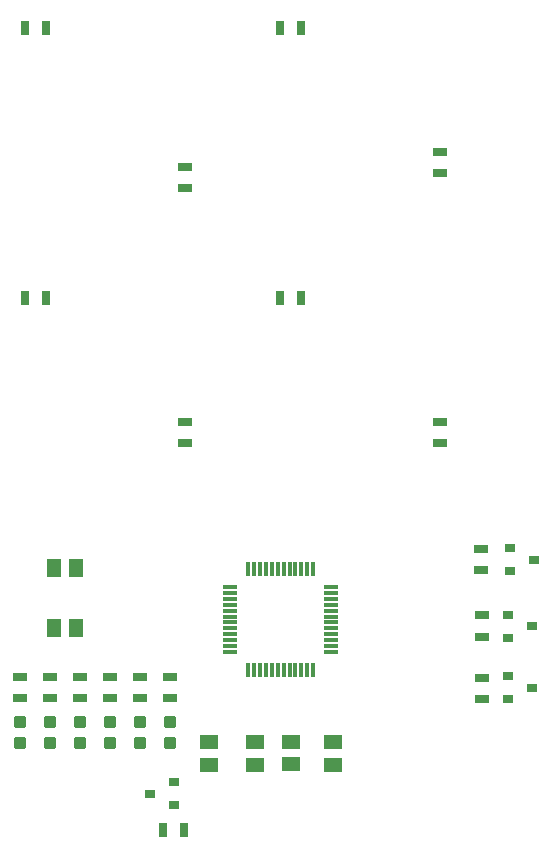
<source format=gbr>
G04 EAGLE Gerber X2 export*
%TF.Part,Single*%
%TF.FileFunction,Paste,Top*%
%TF.FilePolarity,Positive*%
%TF.GenerationSoftware,Autodesk,EAGLE,9.1.0*%
%TF.CreationDate,2018-10-25T18:21:55Z*%
G75*
%MOMM*%
%FSLAX34Y34*%
%LPD*%
%AMOC8*
5,1,8,0,0,1.08239X$1,22.5*%
G01*
%ADD10C,0.300000*%
%ADD11R,0.800000X1.200000*%
%ADD12R,1.200000X0.800000*%
%ADD13R,1.200000X0.300000*%
%ADD14R,0.300000X1.200000*%
%ADD15R,1.300000X1.500000*%
%ADD16R,1.500000X1.300000*%
%ADD17R,0.889000X0.787400*%


D10*
X155900Y157670D02*
X148900Y157670D01*
X148900Y164670D01*
X155900Y164670D01*
X155900Y157670D01*
X155900Y160520D02*
X148900Y160520D01*
X148900Y163370D02*
X155900Y163370D01*
X155900Y140130D02*
X148900Y140130D01*
X148900Y147130D01*
X155900Y147130D01*
X155900Y140130D01*
X155900Y142980D02*
X148900Y142980D01*
X148900Y145830D02*
X155900Y145830D01*
X130500Y157670D02*
X123500Y157670D01*
X123500Y164670D01*
X130500Y164670D01*
X130500Y157670D01*
X130500Y160520D02*
X123500Y160520D01*
X123500Y163370D02*
X130500Y163370D01*
X130500Y140130D02*
X123500Y140130D01*
X123500Y147130D01*
X130500Y147130D01*
X130500Y140130D01*
X130500Y142980D02*
X123500Y142980D01*
X123500Y145830D02*
X130500Y145830D01*
D11*
X263000Y749300D03*
X245000Y749300D03*
D12*
X127000Y199500D03*
X127000Y181500D03*
D11*
X263000Y520700D03*
X245000Y520700D03*
X47100Y520700D03*
X29100Y520700D03*
X47100Y749300D03*
X29100Y749300D03*
D12*
X165100Y415400D03*
X165100Y397400D03*
X381000Y644000D03*
X381000Y626000D03*
X381000Y415400D03*
X381000Y397400D03*
X165100Y631300D03*
X165100Y613300D03*
X152400Y199500D03*
X152400Y181500D03*
D13*
X203372Y275658D03*
X203372Y270658D03*
X203372Y265658D03*
X203372Y260658D03*
X203372Y255658D03*
X203372Y250658D03*
X203372Y245658D03*
X203372Y240658D03*
X203372Y235658D03*
X203372Y230658D03*
X203372Y225658D03*
X203372Y220658D03*
X288372Y275658D03*
X288372Y270658D03*
X288372Y265658D03*
X288372Y260658D03*
X288372Y255658D03*
X288372Y250658D03*
X288372Y245658D03*
X288372Y240658D03*
X288372Y235658D03*
X288372Y230658D03*
X288372Y225658D03*
X288372Y220658D03*
D14*
X218372Y290658D03*
X223372Y290658D03*
X228372Y290658D03*
X233372Y290658D03*
X238372Y290658D03*
X243372Y290658D03*
X248372Y290658D03*
X253372Y290658D03*
X258372Y290658D03*
X263372Y290658D03*
X268372Y290658D03*
X273372Y290658D03*
X218372Y205658D03*
X223372Y205658D03*
X228372Y205658D03*
X233372Y205658D03*
X238372Y205658D03*
X243372Y205658D03*
X248372Y205658D03*
X253372Y205658D03*
X258372Y205658D03*
X263372Y205658D03*
X268372Y205658D03*
X273372Y205658D03*
D15*
X54000Y292100D03*
X73000Y292100D03*
X54000Y241300D03*
X73000Y241300D03*
D16*
X185166Y125374D03*
X185166Y144374D03*
X224028Y125374D03*
X224028Y144374D03*
X254508Y144628D03*
X254508Y125628D03*
X290576Y144120D03*
X290576Y125120D03*
D10*
X105100Y157670D02*
X98100Y157670D01*
X98100Y164670D01*
X105100Y164670D01*
X105100Y157670D01*
X105100Y160520D02*
X98100Y160520D01*
X98100Y163370D02*
X105100Y163370D01*
X105100Y140130D02*
X98100Y140130D01*
X98100Y147130D01*
X105100Y147130D01*
X105100Y140130D01*
X105100Y142980D02*
X98100Y142980D01*
X98100Y145830D02*
X105100Y145830D01*
X79700Y157670D02*
X72700Y157670D01*
X72700Y164670D01*
X79700Y164670D01*
X79700Y157670D01*
X79700Y160520D02*
X72700Y160520D01*
X72700Y163370D02*
X79700Y163370D01*
X79700Y140130D02*
X72700Y140130D01*
X72700Y147130D01*
X79700Y147130D01*
X79700Y140130D01*
X79700Y142980D02*
X72700Y142980D01*
X72700Y145830D02*
X79700Y145830D01*
D12*
X101600Y199500D03*
X101600Y181500D03*
X76200Y199500D03*
X76200Y181500D03*
D10*
X54300Y157670D02*
X47300Y157670D01*
X47300Y164670D01*
X54300Y164670D01*
X54300Y157670D01*
X54300Y160520D02*
X47300Y160520D01*
X47300Y163370D02*
X54300Y163370D01*
X54300Y140130D02*
X47300Y140130D01*
X47300Y147130D01*
X54300Y147130D01*
X54300Y140130D01*
X54300Y142980D02*
X47300Y142980D01*
X47300Y145830D02*
X54300Y145830D01*
X28900Y157670D02*
X21900Y157670D01*
X21900Y164670D01*
X28900Y164670D01*
X28900Y157670D01*
X28900Y160520D02*
X21900Y160520D01*
X21900Y163370D02*
X28900Y163370D01*
X28900Y140130D02*
X21900Y140130D01*
X21900Y147130D01*
X28900Y147130D01*
X28900Y140130D01*
X28900Y142980D02*
X21900Y142980D01*
X21900Y145830D02*
X28900Y145830D01*
D12*
X50800Y199500D03*
X50800Y181500D03*
X25400Y199500D03*
X25400Y181500D03*
D17*
X155702Y91186D03*
X155702Y110490D03*
X135382Y100838D03*
D11*
X164448Y70358D03*
X146448Y70358D03*
D17*
X438150Y200152D03*
X438150Y180848D03*
X458470Y190500D03*
D12*
X416560Y180738D03*
X416560Y198738D03*
D17*
X438658Y252222D03*
X438658Y232918D03*
X458978Y242570D03*
D12*
X416306Y233570D03*
X416306Y251570D03*
D17*
X439928Y308356D03*
X439928Y289052D03*
X460248Y298704D03*
D12*
X415290Y290212D03*
X415290Y308212D03*
M02*

</source>
